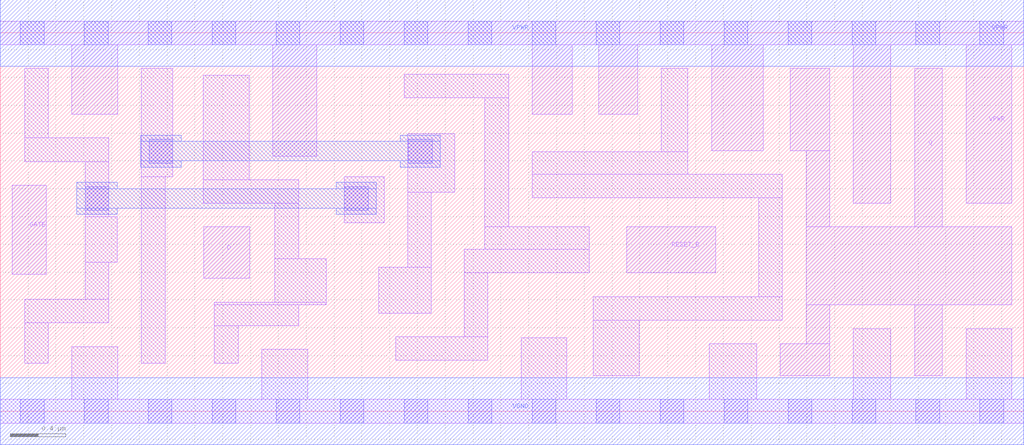
<source format=lef>
# Copyright 2020 The SkyWater PDK Authors
#
# Licensed under the Apache License, Version 2.0 (the "License");
# you may not use this file except in compliance with the License.
# You may obtain a copy of the License at
#
#     https://www.apache.org/licenses/LICENSE-2.0
#
# Unless required by applicable law or agreed to in writing, software
# distributed under the License is distributed on an "AS IS" BASIS,
# WITHOUT WARRANTIES OR CONDITIONS OF ANY KIND, either express or implied.
# See the License for the specific language governing permissions and
# limitations under the License.
#
# SPDX-License-Identifier: Apache-2.0

VERSION 5.7 ;
  NAMESCASESENSITIVE ON ;
  NOWIREEXTENSIONATPIN ON ;
  DIVIDERCHAR "/" ;
  BUSBITCHARS "[]" ;
UNITS
  DATABASE MICRONS 200 ;
END UNITS
MACRO sky130_fd_sc_hd__dlrtp_4
  CLASS CORE ;
  SOURCE USER ;
  FOREIGN sky130_fd_sc_hd__dlrtp_4 ;
  ORIGIN  0.000000  0.000000 ;
  SIZE  7.360000 BY  2.720000 ;
  SYMMETRY X Y R90 ;
  SITE unithd ;
  PIN D
    ANTENNAGATEAREA  0.159000 ;
    DIRECTION INPUT ;
    USE SIGNAL ;
    PORT
      LAYER li1 ;
        RECT 1.465000 0.955000 1.795000 1.325000 ;
    END
  END D
  PIN Q
    ANTENNADIFFAREA  1.014750 ;
    DIRECTION OUTPUT ;
    USE SIGNAL ;
    PORT
      LAYER li1 ;
        RECT 5.610000 0.255000 5.965000 0.485000 ;
        RECT 5.680000 1.875000 5.965000 2.465000 ;
        RECT 5.795000 0.485000 5.965000 0.765000 ;
        RECT 5.795000 0.765000 7.275000 1.325000 ;
        RECT 5.795000 1.325000 5.965000 1.875000 ;
        RECT 6.575000 0.255000 6.775000 0.765000 ;
        RECT 6.575000 1.325000 6.775000 2.465000 ;
    END
  END Q
  PIN RESET_B
    ANTENNAGATEAREA  0.247500 ;
    DIRECTION INPUT ;
    USE SIGNAL ;
    PORT
      LAYER li1 ;
        RECT 4.505000 0.995000 5.145000 1.325000 ;
    END
  END RESET_B
  PIN GATE
    ANTENNAGATEAREA  0.159000 ;
    DIRECTION INPUT ;
    USE CLOCK ;
    PORT
      LAYER li1 ;
        RECT 0.085000 0.985000 0.330000 1.625000 ;
    END
  END GATE
  PIN VGND
    DIRECTION INOUT ;
    SHAPE ABUTMENT ;
    USE GROUND ;
    PORT
      LAYER met1 ;
        RECT 0.000000 -0.240000 7.360000 0.240000 ;
    END
  END VGND
  PIN VPWR
    DIRECTION INOUT ;
    SHAPE ABUTMENT ;
    USE POWER ;
    PORT
      LAYER li1 ;
        RECT 0.000000 2.635000 7.360000 2.805000 ;
        RECT 0.515000 2.135000 0.845000 2.635000 ;
        RECT 1.960000 1.835000 2.275000 2.635000 ;
        RECT 3.825000 2.135000 4.115000 2.635000 ;
        RECT 4.305000 2.135000 4.585000 2.635000 ;
        RECT 5.115000 1.875000 5.485000 2.635000 ;
        RECT 6.135000 1.495000 6.405000 2.635000 ;
        RECT 6.945000 1.495000 7.275000 2.635000 ;
      LAYER mcon ;
        RECT 0.145000 2.635000 0.315000 2.805000 ;
        RECT 0.605000 2.635000 0.775000 2.805000 ;
        RECT 1.065000 2.635000 1.235000 2.805000 ;
        RECT 1.525000 2.635000 1.695000 2.805000 ;
        RECT 1.985000 2.635000 2.155000 2.805000 ;
        RECT 2.445000 2.635000 2.615000 2.805000 ;
        RECT 2.905000 2.635000 3.075000 2.805000 ;
        RECT 3.365000 2.635000 3.535000 2.805000 ;
        RECT 3.825000 2.635000 3.995000 2.805000 ;
        RECT 4.285000 2.635000 4.455000 2.805000 ;
        RECT 4.745000 2.635000 4.915000 2.805000 ;
        RECT 5.205000 2.635000 5.375000 2.805000 ;
        RECT 5.665000 2.635000 5.835000 2.805000 ;
        RECT 6.125000 2.635000 6.295000 2.805000 ;
        RECT 6.585000 2.635000 6.755000 2.805000 ;
        RECT 7.045000 2.635000 7.215000 2.805000 ;
    END
    PORT
      LAYER met1 ;
        RECT 0.000000 2.480000 7.360000 2.960000 ;
    END
  END VPWR
  OBS
    LAYER li1 ;
      RECT 0.000000 -0.085000 7.360000 0.085000 ;
      RECT 0.175000  0.345000 0.345000 0.635000 ;
      RECT 0.175000  0.635000 0.780000 0.805000 ;
      RECT 0.175000  1.795000 0.780000 1.965000 ;
      RECT 0.175000  1.965000 0.345000 2.465000 ;
      RECT 0.515000  0.085000 0.845000 0.465000 ;
      RECT 0.610000  0.805000 0.780000 1.070000 ;
      RECT 0.610000  1.070000 0.840000 1.400000 ;
      RECT 0.610000  1.400000 0.780000 1.795000 ;
      RECT 1.015000  0.345000 1.185000 1.685000 ;
      RECT 1.015000  1.685000 1.240000 2.465000 ;
      RECT 1.460000  1.495000 2.145000 1.665000 ;
      RECT 1.460000  1.665000 1.790000 2.415000 ;
      RECT 1.540000  0.345000 1.710000 0.615000 ;
      RECT 1.540000  0.615000 2.145000 0.765000 ;
      RECT 1.540000  0.765000 2.345000 0.785000 ;
      RECT 1.880000  0.085000 2.210000 0.445000 ;
      RECT 1.975000  0.785000 2.345000 1.095000 ;
      RECT 1.975000  1.095000 2.145000 1.495000 ;
      RECT 2.475000  1.355000 2.760000 1.685000 ;
      RECT 2.720000  0.705000 3.100000 1.035000 ;
      RECT 2.845000  0.365000 3.505000 0.535000 ;
      RECT 2.905000  2.255000 3.655000 2.425000 ;
      RECT 2.930000  1.035000 3.100000 1.575000 ;
      RECT 2.930000  1.575000 3.270000 1.995000 ;
      RECT 3.335000  0.535000 3.505000 0.995000 ;
      RECT 3.335000  0.995000 4.235000 1.165000 ;
      RECT 3.485000  1.165000 4.235000 1.325000 ;
      RECT 3.485000  1.325000 3.655000 2.255000 ;
      RECT 3.745000  0.085000 4.075000 0.530000 ;
      RECT 3.825000  1.535000 5.625000 1.705000 ;
      RECT 3.825000  1.705000 4.945000 1.865000 ;
      RECT 4.265000  0.255000 4.595000 0.655000 ;
      RECT 4.265000  0.655000 5.625000 0.825000 ;
      RECT 4.755000  1.865000 4.945000 2.465000 ;
      RECT 5.100000  0.085000 5.440000 0.485000 ;
      RECT 5.455000  0.825000 5.625000 1.535000 ;
      RECT 6.135000  0.085000 6.405000 0.595000 ;
      RECT 6.945000  0.085000 7.275000 0.595000 ;
    LAYER mcon ;
      RECT 0.145000 -0.085000 0.315000 0.085000 ;
      RECT 0.605000 -0.085000 0.775000 0.085000 ;
      RECT 0.610000  1.445000 0.780000 1.615000 ;
      RECT 1.065000 -0.085000 1.235000 0.085000 ;
      RECT 1.070000  1.785000 1.240000 1.955000 ;
      RECT 1.525000 -0.085000 1.695000 0.085000 ;
      RECT 1.985000 -0.085000 2.155000 0.085000 ;
      RECT 2.445000 -0.085000 2.615000 0.085000 ;
      RECT 2.475000  1.445000 2.645000 1.615000 ;
      RECT 2.905000 -0.085000 3.075000 0.085000 ;
      RECT 2.935000  1.785000 3.105000 1.955000 ;
      RECT 3.365000 -0.085000 3.535000 0.085000 ;
      RECT 3.825000 -0.085000 3.995000 0.085000 ;
      RECT 4.285000 -0.085000 4.455000 0.085000 ;
      RECT 4.745000 -0.085000 4.915000 0.085000 ;
      RECT 5.205000 -0.085000 5.375000 0.085000 ;
      RECT 5.665000 -0.085000 5.835000 0.085000 ;
      RECT 6.125000 -0.085000 6.295000 0.085000 ;
      RECT 6.585000 -0.085000 6.755000 0.085000 ;
      RECT 7.045000 -0.085000 7.215000 0.085000 ;
    LAYER met1 ;
      RECT 0.550000 1.415000 0.840000 1.460000 ;
      RECT 0.550000 1.460000 2.705000 1.600000 ;
      RECT 0.550000 1.600000 0.840000 1.645000 ;
      RECT 1.010000 1.755000 1.300000 1.800000 ;
      RECT 1.010000 1.800000 3.165000 1.940000 ;
      RECT 1.010000 1.940000 1.300000 1.985000 ;
      RECT 2.415000 1.415000 2.705000 1.460000 ;
      RECT 2.415000 1.600000 2.705000 1.645000 ;
      RECT 2.875000 1.755000 3.165000 1.800000 ;
      RECT 2.875000 1.940000 3.165000 1.985000 ;
  END
END sky130_fd_sc_hd__dlrtp_4

</source>
